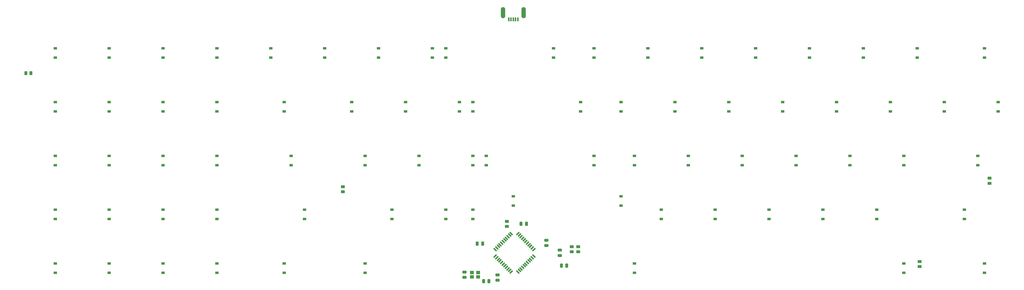
<source format=gbp>
G04 #@! TF.GenerationSoftware,KiCad,Pcbnew,(6.0.0)*
G04 #@! TF.CreationDate,2022-03-08T15:03:57-05:00*
G04 #@! TF.ProjectId,next,6e657874-2e6b-4696-9361-645f70636258,rev?*
G04 #@! TF.SameCoordinates,Original*
G04 #@! TF.FileFunction,Paste,Bot*
G04 #@! TF.FilePolarity,Positive*
%FSLAX46Y46*%
G04 Gerber Fmt 4.6, Leading zero omitted, Abs format (unit mm)*
G04 Created by KiCad (PCBNEW (6.0.0)) date 2022-03-08 15:03:57*
%MOMM*%
%LPD*%
G01*
G04 APERTURE LIST*
G04 Aperture macros list*
%AMRoundRect*
0 Rectangle with rounded corners*
0 $1 Rounding radius*
0 $2 $3 $4 $5 $6 $7 $8 $9 X,Y pos of 4 corners*
0 Add a 4 corners polygon primitive as box body*
4,1,4,$2,$3,$4,$5,$6,$7,$8,$9,$2,$3,0*
0 Add four circle primitives for the rounded corners*
1,1,$1+$1,$2,$3*
1,1,$1+$1,$4,$5*
1,1,$1+$1,$6,$7*
1,1,$1+$1,$8,$9*
0 Add four rect primitives between the rounded corners*
20,1,$1+$1,$2,$3,$4,$5,0*
20,1,$1+$1,$4,$5,$6,$7,0*
20,1,$1+$1,$6,$7,$8,$9,0*
20,1,$1+$1,$8,$9,$2,$3,0*%
G04 Aperture macros list end*
%ADD10R,1.200000X0.900000*%
%ADD11O,1.500000X4.000000*%
%ADD12R,0.500000X1.400000*%
%ADD13RoundRect,0.250000X-0.250000X-0.475000X0.250000X-0.475000X0.250000X0.475000X-0.250000X0.475000X0*%
%ADD14RoundRect,0.250000X0.262500X0.450000X-0.262500X0.450000X-0.262500X-0.450000X0.262500X-0.450000X0*%
%ADD15RoundRect,0.250000X0.450000X-0.262500X0.450000X0.262500X-0.450000X0.262500X-0.450000X-0.262500X0*%
%ADD16RoundRect,0.250000X0.475000X-0.250000X0.475000X0.250000X-0.475000X0.250000X-0.475000X-0.250000X0*%
%ADD17RoundRect,0.250000X0.250000X0.475000X-0.250000X0.475000X-0.250000X-0.475000X0.250000X-0.475000X0*%
%ADD18RoundRect,0.250000X-0.450000X0.262500X-0.450000X-0.262500X0.450000X-0.262500X0.450000X0.262500X0*%
%ADD19R,1.400000X1.200000*%
%ADD20RoundRect,0.250000X-0.475000X0.250000X-0.475000X-0.250000X0.475000X-0.250000X0.475000X0.250000X0*%
%ADD21RoundRect,0.137500X0.521491X-0.327037X-0.327037X0.521491X-0.521491X0.327037X0.327037X-0.521491X0*%
%ADD22RoundRect,0.137500X0.521491X0.327037X0.327037X0.521491X-0.521491X-0.327037X-0.327037X-0.521491X0*%
G04 APERTURE END LIST*
D10*
X42862500Y-42131250D03*
X42862500Y-38831250D03*
X42862500Y-61181250D03*
X42862500Y-57881250D03*
X42862500Y-80231250D03*
X42862500Y-76931250D03*
X42862500Y-99281250D03*
X42862500Y-95981250D03*
X61912500Y-42131250D03*
X61912500Y-38831250D03*
X61912500Y-61181250D03*
X61912500Y-57881250D03*
X61912500Y-80231250D03*
X61912500Y-76931250D03*
X61912500Y-99281250D03*
X61912500Y-95981250D03*
X61912500Y-118331250D03*
X61912500Y-115031250D03*
X80962500Y-42131250D03*
X80962500Y-38831250D03*
X80962500Y-61181250D03*
X80962500Y-57881250D03*
X80962500Y-80231250D03*
X80962500Y-76931250D03*
X80962500Y-99281250D03*
X80962500Y-95981250D03*
X80962500Y-118331250D03*
X80962500Y-115031250D03*
X100012500Y-42131250D03*
X100012500Y-38831250D03*
X100012500Y-61181250D03*
X100012500Y-57881250D03*
X100012500Y-80231250D03*
X100012500Y-76931250D03*
X100012500Y-99281250D03*
X100012500Y-95981250D03*
X100012500Y-118331250D03*
X100012500Y-115031250D03*
X119062500Y-42131250D03*
X119062500Y-38831250D03*
X123825000Y-61181250D03*
X123825000Y-57881250D03*
X126206250Y-80231250D03*
X126206250Y-76931250D03*
X130968750Y-99281250D03*
X130968750Y-95981250D03*
X123825000Y-118331250D03*
X123825000Y-115031250D03*
X138112500Y-42131250D03*
X138112500Y-38831250D03*
X147637500Y-61181250D03*
X147637500Y-57881250D03*
X152400000Y-80231250D03*
X152400000Y-76931250D03*
X161925000Y-99281250D03*
X161925000Y-95981250D03*
X157162500Y-42131250D03*
X157162500Y-38831250D03*
X166687500Y-61181250D03*
X166687500Y-57881250D03*
X171450000Y-80231250D03*
X171450000Y-76931250D03*
X180975000Y-99281250D03*
X180975000Y-95981250D03*
X176212500Y-42131250D03*
X176212500Y-38831250D03*
X190500000Y-80231250D03*
X190500000Y-76931250D03*
X242887500Y-61181250D03*
X242887500Y-57881250D03*
X247650000Y-80231250D03*
X247650000Y-76931250D03*
X252412500Y-42131250D03*
X252412500Y-38831250D03*
X261937500Y-61181250D03*
X261937500Y-57881250D03*
X266700000Y-80231250D03*
X266700000Y-76931250D03*
X276225000Y-99281250D03*
X276225000Y-95981250D03*
X271462500Y-42131250D03*
X271462500Y-38831250D03*
X280987500Y-61181250D03*
X280987500Y-57881250D03*
X285750000Y-80231250D03*
X285750000Y-76931250D03*
X295275000Y-99281250D03*
X295275000Y-95981250D03*
X290512500Y-42131250D03*
X290512500Y-38831250D03*
X300037500Y-61181250D03*
X300037500Y-57881250D03*
X304800000Y-80231250D03*
X304800000Y-76931250D03*
X314325000Y-99281250D03*
X314325000Y-95981250D03*
X309562500Y-42131250D03*
X309562500Y-38831250D03*
X319087500Y-61181250D03*
X319087500Y-57881250D03*
X323850000Y-80231250D03*
X323850000Y-76931250D03*
X333375000Y-99281250D03*
X333375000Y-95981250D03*
X342900000Y-118331250D03*
X342900000Y-115031250D03*
X328612500Y-42131250D03*
X328612500Y-38831250D03*
X338137500Y-61181250D03*
X338137500Y-57881250D03*
X342900000Y-80231250D03*
X342900000Y-76931250D03*
X357187500Y-61181250D03*
X357187500Y-57881250D03*
X347662500Y-42131250D03*
X347662500Y-38831250D03*
X376237500Y-61181250D03*
X376237500Y-57881250D03*
D11*
X201137500Y-26175000D03*
D12*
X203187500Y-28575000D03*
X203987500Y-28575000D03*
X204787500Y-28575000D03*
X205587500Y-28575000D03*
X206387500Y-28575000D03*
D11*
X208437500Y-26175000D03*
D13*
X221800000Y-115750000D03*
X223700000Y-115750000D03*
D14*
X34250000Y-47625000D03*
X32425000Y-47625000D03*
D15*
X144500000Y-89662500D03*
X144500000Y-87837500D03*
X373250000Y-86662500D03*
X373250000Y-84837500D03*
D10*
X371475000Y-42131250D03*
X371475000Y-38831250D03*
X369093750Y-80231250D03*
X369093750Y-76931250D03*
X364331250Y-99281250D03*
X364331250Y-95981250D03*
X371475000Y-118331250D03*
X371475000Y-115031250D03*
X204787500Y-94518750D03*
X204787500Y-91218750D03*
D16*
X221250000Y-112200000D03*
X221250000Y-110300000D03*
D10*
X180975000Y-42131250D03*
X180975000Y-38831250D03*
X233362500Y-42131250D03*
X233362500Y-38831250D03*
X190500000Y-61181250D03*
X190500000Y-57881250D03*
D15*
X225500000Y-110912500D03*
X225500000Y-109087500D03*
X227750000Y-110912500D03*
X227750000Y-109087500D03*
D10*
X257175000Y-99281250D03*
X257175000Y-95981250D03*
X233362500Y-80231250D03*
X233362500Y-76931250D03*
X190500000Y-99281250D03*
X190500000Y-95981250D03*
X152400000Y-118331250D03*
X152400000Y-115031250D03*
X42862500Y-118331250D03*
X42862500Y-115031250D03*
D17*
X193950000Y-108000000D03*
X192050000Y-108000000D03*
D13*
X207550000Y-101000000D03*
X209450000Y-101000000D03*
D18*
X202500000Y-100087500D03*
X202500000Y-101912500D03*
D10*
X242887500Y-94518750D03*
X242887500Y-91218750D03*
X247650000Y-118331250D03*
X247650000Y-115031250D03*
D19*
X190150000Y-118200000D03*
X192350000Y-118200000D03*
X192350000Y-119800000D03*
X190150000Y-119800000D03*
D13*
X194300000Y-121250000D03*
X196200000Y-121250000D03*
D16*
X199250000Y-120950000D03*
X199250000Y-119050000D03*
D20*
X187500000Y-118050000D03*
X187500000Y-119950000D03*
D18*
X348500000Y-114337500D03*
X348500000Y-116162500D03*
D10*
X195262500Y-80231250D03*
X195262500Y-76931250D03*
X228600000Y-61181250D03*
X228600000Y-57881250D03*
X219075000Y-42131250D03*
X219075000Y-38831250D03*
D16*
X216500000Y-108700000D03*
X216500000Y-106800000D03*
D21*
X212082419Y-112425565D03*
X211516734Y-112991250D03*
X210951048Y-113556936D03*
X210385363Y-114122621D03*
X209819678Y-114688307D03*
X209253992Y-115253992D03*
X208688307Y-115819678D03*
X208122621Y-116385363D03*
X207556936Y-116951048D03*
X206991250Y-117516734D03*
X206425565Y-118082419D03*
D22*
X204074435Y-118082419D03*
X203508750Y-117516734D03*
X202943064Y-116951048D03*
X202377379Y-116385363D03*
X201811693Y-115819678D03*
X201246008Y-115253992D03*
X200680322Y-114688307D03*
X200114637Y-114122621D03*
X199548952Y-113556936D03*
X198983266Y-112991250D03*
X198417581Y-112425565D03*
D21*
X198417581Y-110074435D03*
X198983266Y-109508750D03*
X199548952Y-108943064D03*
X200114637Y-108377379D03*
X200680322Y-107811693D03*
X201246008Y-107246008D03*
X201811693Y-106680322D03*
X202377379Y-106114637D03*
X202943064Y-105548952D03*
X203508750Y-104983266D03*
X204074435Y-104417581D03*
D22*
X206425565Y-104417581D03*
X206991250Y-104983266D03*
X207556936Y-105548952D03*
X208122621Y-106114637D03*
X208688307Y-106680322D03*
X209253992Y-107246008D03*
X209819678Y-107811693D03*
X210385363Y-108377379D03*
X210951048Y-108943064D03*
X211516734Y-109508750D03*
X212082419Y-110074435D03*
D10*
X185737500Y-61181250D03*
X185737500Y-57881250D03*
M02*

</source>
